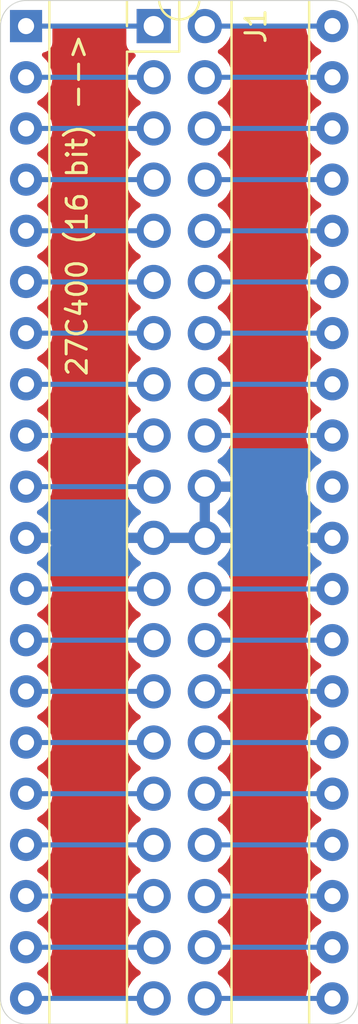
<source format=kicad_pcb>
(kicad_pcb (version 20171130) (host pcbnew 5.1.8-1.fc33)

  (general
    (thickness 1.6)
    (drawings 8)
    (tracks 40)
    (zones 0)
    (modules 2)
    (nets 39)
  )

  (page A4)
  (layers
    (0 F.Cu signal hide)
    (31 B.Cu signal hide)
    (32 B.Adhes user)
    (33 F.Adhes user)
    (34 B.Paste user)
    (35 F.Paste user)
    (36 B.SilkS user)
    (37 F.SilkS user)
    (38 B.Mask user)
    (39 F.Mask user)
    (40 Dwgs.User user)
    (41 Cmts.User user)
    (42 Eco1.User user)
    (43 Eco2.User user)
    (44 Edge.Cuts user)
    (45 Margin user)
    (46 B.CrtYd user)
    (47 F.CrtYd user)
    (48 B.Fab user)
    (49 F.Fab user)
  )

  (setup
    (last_trace_width 0.25)
    (trace_clearance 0.2)
    (zone_clearance 0.508)
    (zone_45_only no)
    (trace_min 0.2)
    (via_size 0.8)
    (via_drill 0.4)
    (via_min_size 0.4)
    (via_min_drill 0.3)
    (uvia_size 0.3)
    (uvia_drill 0.1)
    (uvias_allowed no)
    (uvia_min_size 0.2)
    (uvia_min_drill 0.1)
    (edge_width 0.05)
    (segment_width 0.2)
    (pcb_text_width 0.3)
    (pcb_text_size 1.5 1.5)
    (mod_edge_width 0.12)
    (mod_text_size 1 1)
    (mod_text_width 0.15)
    (pad_size 1.524 1.524)
    (pad_drill 0.762)
    (pad_to_mask_clearance 0)
    (aux_axis_origin 0 0)
    (visible_elements FFFFFF7F)
    (pcbplotparams
      (layerselection 0x010fc_ffffffff)
      (usegerberextensions false)
      (usegerberattributes true)
      (usegerberadvancedattributes true)
      (creategerberjobfile true)
      (excludeedgelayer true)
      (linewidth 0.100000)
      (plotframeref false)
      (viasonmask false)
      (mode 1)
      (useauxorigin false)
      (hpglpennumber 1)
      (hpglpenspeed 20)
      (hpglpendiameter 15.000000)
      (psnegative false)
      (psa4output false)
      (plotreference true)
      (plotvalue true)
      (plotinvisibletext false)
      (padsonsilk false)
      (subtractmaskfromsilk false)
      (outputformat 1)
      (mirror false)
      (drillshape 1)
      (scaleselection 1)
      (outputdirectory ""))
  )

  (net 0 "")
  (net 1 /D3)
  (net 2 GND)
  (net 3 /D4)
  (net 4 /D2)
  (net 5 /D5)
  (net 6 /D1)
  (net 7 /D6)
  (net 8 /D0)
  (net 9 /D7)
  (net 10 /A0)
  (net 11 /~CE)
  (net 12 /A1)
  (net 13 /A10)
  (net 14 /A2)
  (net 15 /~OE)
  (net 16 /A3)
  (net 17 /A11)
  (net 18 /A4)
  (net 19 /A9)
  (net 20 /A5)
  (net 21 /A8)
  (net 22 /A6)
  (net 23 /A13)
  (net 24 /A7)
  (net 25 /A14)
  (net 26 /A12)
  (net 27 /A15)
  (net 28 /EXT_VCC)
  (net 29 /D11)
  (net 30 /D12)
  (net 31 /D10)
  (net 32 /D13)
  (net 33 /D9)
  (net 34 /D14)
  (net 35 /D8)
  (net 36 /D15)
  (net 37 /A16)
  (net 38 /A17)

  (net_class Default "This is the default net class."
    (clearance 0.2)
    (trace_width 0.25)
    (via_dia 0.8)
    (via_drill 0.4)
    (uvia_dia 0.3)
    (uvia_drill 0.1)
    (add_net /A0)
    (add_net /A1)
    (add_net /A10)
    (add_net /A11)
    (add_net /A12)
    (add_net /A13)
    (add_net /A14)
    (add_net /A15)
    (add_net /A16)
    (add_net /A17)
    (add_net /A2)
    (add_net /A3)
    (add_net /A4)
    (add_net /A5)
    (add_net /A6)
    (add_net /A7)
    (add_net /A8)
    (add_net /A9)
    (add_net /D0)
    (add_net /D1)
    (add_net /D10)
    (add_net /D11)
    (add_net /D12)
    (add_net /D13)
    (add_net /D14)
    (add_net /D15)
    (add_net /D2)
    (add_net /D3)
    (add_net /D4)
    (add_net /D5)
    (add_net /D6)
    (add_net /D7)
    (add_net /D8)
    (add_net /D9)
    (add_net /EXT_VCC)
    (add_net /~CE)
    (add_net /~OE)
    (add_net "Net-(U1-Pad31)")
  )

  (net_class POWER ""
    (clearance 0.2)
    (trace_width 0.45)
    (via_dia 0.8)
    (via_drill 0.4)
    (uvia_dia 0.3)
    (uvia_drill 0.1)
    (add_net GND)
  )

  (module Package_DIP:DIP-40_W15.24mm_Socket (layer F.Cu) (tedit 5A02E8C5) (tstamp 5FB94C7B)
    (at 142.24 69.85)
    (descr "40-lead though-hole mounted DIP package, row spacing 15.24 mm (600 mils), Socket")
    (tags "THT DIP DIL PDIP 2.54mm 15.24mm 600mil Socket")
    (path /5FB99B61)
    (fp_text reference "27C400 (16 bit) -->" (at 2.54 8.89 90) (layer F.SilkS)
      (effects (font (size 1 1) (thickness 0.15)))
    )
    (fp_text value 27C400 (at 7.62 50.59) (layer F.Fab)
      (effects (font (size 1 1) (thickness 0.15)))
    )
    (fp_text user %R (at 7.62 24.13) (layer F.Fab)
      (effects (font (size 1 1) (thickness 0.15)))
    )
    (fp_arc (start 7.62 -1.33) (end 6.62 -1.33) (angle -180) (layer F.SilkS) (width 0.12))
    (fp_line (start 1.255 -1.27) (end 14.985 -1.27) (layer F.Fab) (width 0.1))
    (fp_line (start 14.985 -1.27) (end 14.985 49.53) (layer F.Fab) (width 0.1))
    (fp_line (start 14.985 49.53) (end 0.255 49.53) (layer F.Fab) (width 0.1))
    (fp_line (start 0.255 49.53) (end 0.255 -0.27) (layer F.Fab) (width 0.1))
    (fp_line (start 0.255 -0.27) (end 1.255 -1.27) (layer F.Fab) (width 0.1))
    (fp_line (start -1.27 -1.33) (end -1.27 49.59) (layer F.Fab) (width 0.1))
    (fp_line (start -1.27 49.59) (end 16.51 49.59) (layer F.Fab) (width 0.1))
    (fp_line (start 16.51 49.59) (end 16.51 -1.33) (layer F.Fab) (width 0.1))
    (fp_line (start 16.51 -1.33) (end -1.27 -1.33) (layer F.Fab) (width 0.1))
    (fp_line (start 6.62 -1.33) (end 1.16 -1.33) (layer F.SilkS) (width 0.12))
    (fp_line (start 1.16 -1.33) (end 1.16 49.59) (layer F.SilkS) (width 0.12))
    (fp_line (start 1.16 49.59) (end 14.08 49.59) (layer F.SilkS) (width 0.12))
    (fp_line (start 14.08 49.59) (end 14.08 -1.33) (layer F.SilkS) (width 0.12))
    (fp_line (start 14.08 -1.33) (end 8.62 -1.33) (layer F.SilkS) (width 0.12))
    (fp_line (start -1.33 -1.39) (end -1.33 49.65) (layer F.SilkS) (width 0.12))
    (fp_line (start -1.33 49.65) (end 16.57 49.65) (layer F.SilkS) (width 0.12))
    (fp_line (start 16.57 49.65) (end 16.57 -1.39) (layer F.SilkS) (width 0.12))
    (fp_line (start 16.57 -1.39) (end -1.33 -1.39) (layer F.SilkS) (width 0.12))
    (fp_line (start -1.55 -1.6) (end -1.55 49.85) (layer F.CrtYd) (width 0.05))
    (fp_line (start -1.55 49.85) (end 16.8 49.85) (layer F.CrtYd) (width 0.05))
    (fp_line (start 16.8 49.85) (end 16.8 -1.6) (layer F.CrtYd) (width 0.05))
    (fp_line (start 16.8 -1.6) (end -1.55 -1.6) (layer F.CrtYd) (width 0.05))
    (pad 40 thru_hole oval (at 15.24 0) (size 1.6 1.6) (drill 0.8) (layers *.Cu *.Mask)
      (net 21 /A8))
    (pad 20 thru_hole oval (at 0 48.26) (size 1.6 1.6) (drill 0.8) (layers *.Cu *.Mask)
      (net 29 /D11))
    (pad 39 thru_hole oval (at 15.24 2.54) (size 1.6 1.6) (drill 0.8) (layers *.Cu *.Mask)
      (net 19 /A9))
    (pad 19 thru_hole oval (at 0 45.72) (size 1.6 1.6) (drill 0.8) (layers *.Cu *.Mask)
      (net 1 /D3))
    (pad 38 thru_hole oval (at 15.24 5.08) (size 1.6 1.6) (drill 0.8) (layers *.Cu *.Mask)
      (net 13 /A10))
    (pad 18 thru_hole oval (at 0 43.18) (size 1.6 1.6) (drill 0.8) (layers *.Cu *.Mask)
      (net 31 /D10))
    (pad 37 thru_hole oval (at 15.24 7.62) (size 1.6 1.6) (drill 0.8) (layers *.Cu *.Mask)
      (net 17 /A11))
    (pad 17 thru_hole oval (at 0 40.64) (size 1.6 1.6) (drill 0.8) (layers *.Cu *.Mask)
      (net 4 /D2))
    (pad 36 thru_hole oval (at 15.24 10.16) (size 1.6 1.6) (drill 0.8) (layers *.Cu *.Mask)
      (net 26 /A12))
    (pad 16 thru_hole oval (at 0 38.1) (size 1.6 1.6) (drill 0.8) (layers *.Cu *.Mask)
      (net 33 /D9))
    (pad 35 thru_hole oval (at 15.24 12.7) (size 1.6 1.6) (drill 0.8) (layers *.Cu *.Mask)
      (net 23 /A13))
    (pad 15 thru_hole oval (at 0 35.56) (size 1.6 1.6) (drill 0.8) (layers *.Cu *.Mask)
      (net 6 /D1))
    (pad 34 thru_hole oval (at 15.24 15.24) (size 1.6 1.6) (drill 0.8) (layers *.Cu *.Mask)
      (net 25 /A14))
    (pad 14 thru_hole oval (at 0 33.02) (size 1.6 1.6) (drill 0.8) (layers *.Cu *.Mask)
      (net 35 /D8))
    (pad 33 thru_hole oval (at 15.24 17.78) (size 1.6 1.6) (drill 0.8) (layers *.Cu *.Mask)
      (net 27 /A15))
    (pad 13 thru_hole oval (at 0 30.48) (size 1.6 1.6) (drill 0.8) (layers *.Cu *.Mask)
      (net 8 /D0))
    (pad 32 thru_hole oval (at 15.24 20.32) (size 1.6 1.6) (drill 0.8) (layers *.Cu *.Mask)
      (net 37 /A16))
    (pad 12 thru_hole oval (at 0 27.94) (size 1.6 1.6) (drill 0.8) (layers *.Cu *.Mask)
      (net 15 /~OE))
    (pad 31 thru_hole oval (at 15.24 22.86) (size 1.6 1.6) (drill 0.8) (layers *.Cu *.Mask))
    (pad 11 thru_hole oval (at 0 25.4) (size 1.6 1.6) (drill 0.8) (layers *.Cu *.Mask)
      (net 2 GND))
    (pad 30 thru_hole oval (at 15.24 25.4) (size 1.6 1.6) (drill 0.8) (layers *.Cu *.Mask)
      (net 2 GND))
    (pad 10 thru_hole oval (at 0 22.86) (size 1.6 1.6) (drill 0.8) (layers *.Cu *.Mask)
      (net 11 /~CE))
    (pad 29 thru_hole oval (at 15.24 27.94) (size 1.6 1.6) (drill 0.8) (layers *.Cu *.Mask)
      (net 36 /D15))
    (pad 9 thru_hole oval (at 0 20.32) (size 1.6 1.6) (drill 0.8) (layers *.Cu *.Mask)
      (net 10 /A0))
    (pad 28 thru_hole oval (at 15.24 30.48) (size 1.6 1.6) (drill 0.8) (layers *.Cu *.Mask)
      (net 9 /D7))
    (pad 8 thru_hole oval (at 0 17.78) (size 1.6 1.6) (drill 0.8) (layers *.Cu *.Mask)
      (net 12 /A1))
    (pad 27 thru_hole oval (at 15.24 33.02) (size 1.6 1.6) (drill 0.8) (layers *.Cu *.Mask)
      (net 34 /D14))
    (pad 7 thru_hole oval (at 0 15.24) (size 1.6 1.6) (drill 0.8) (layers *.Cu *.Mask)
      (net 14 /A2))
    (pad 26 thru_hole oval (at 15.24 35.56) (size 1.6 1.6) (drill 0.8) (layers *.Cu *.Mask)
      (net 7 /D6))
    (pad 6 thru_hole oval (at 0 12.7) (size 1.6 1.6) (drill 0.8) (layers *.Cu *.Mask)
      (net 16 /A3))
    (pad 25 thru_hole oval (at 15.24 38.1) (size 1.6 1.6) (drill 0.8) (layers *.Cu *.Mask)
      (net 32 /D13))
    (pad 5 thru_hole oval (at 0 10.16) (size 1.6 1.6) (drill 0.8) (layers *.Cu *.Mask)
      (net 18 /A4))
    (pad 24 thru_hole oval (at 15.24 40.64) (size 1.6 1.6) (drill 0.8) (layers *.Cu *.Mask)
      (net 5 /D5))
    (pad 4 thru_hole oval (at 0 7.62) (size 1.6 1.6) (drill 0.8) (layers *.Cu *.Mask)
      (net 20 /A5))
    (pad 23 thru_hole oval (at 15.24 43.18) (size 1.6 1.6) (drill 0.8) (layers *.Cu *.Mask)
      (net 30 /D12))
    (pad 3 thru_hole oval (at 0 5.08) (size 1.6 1.6) (drill 0.8) (layers *.Cu *.Mask)
      (net 22 /A6))
    (pad 22 thru_hole oval (at 15.24 45.72) (size 1.6 1.6) (drill 0.8) (layers *.Cu *.Mask)
      (net 3 /D4))
    (pad 2 thru_hole oval (at 0 2.54) (size 1.6 1.6) (drill 0.8) (layers *.Cu *.Mask)
      (net 24 /A7))
    (pad 21 thru_hole oval (at 15.24 48.26) (size 1.6 1.6) (drill 0.8) (layers *.Cu *.Mask)
      (net 28 /EXT_VCC))
    (pad 1 thru_hole rect (at 0 0) (size 1.6 1.6) (drill 0.8) (layers *.Cu *.Mask)
      (net 38 /A17))
    (model ${KISYS3DMOD}/Package_DIP.3dshapes/DIP-40_W15.24mm_Socket.wrl
      (at (xyz 0 0 0))
      (scale (xyz 1 1 1))
      (rotate (xyz 0 0 0))
    )
  )

  (module Connector_PinHeader_2.54mm:PinHeader_2x20_P2.54mm_Vertical (layer F.Cu) (tedit 59FED5CC) (tstamp 5FB94C37)
    (at 148.59 69.85)
    (descr "Through hole straight pin header, 2x20, 2.54mm pitch, double rows")
    (tags "Through hole pin header THT 2x20 2.54mm double row")
    (path /5FB9CB9B)
    (fp_text reference J1 (at 5.08 0 -90) (layer F.SilkS)
      (effects (font (size 1 1) (thickness 0.15)))
    )
    (fp_text value Adapter (at 1.27 50.59) (layer F.Fab)
      (effects (font (size 1 1) (thickness 0.15)))
    )
    (fp_text user %R (at 1.27 24.13 90) (layer F.Fab)
      (effects (font (size 1 1) (thickness 0.15)))
    )
    (fp_line (start 0 -1.27) (end 3.81 -1.27) (layer F.Fab) (width 0.1))
    (fp_line (start 3.81 -1.27) (end 3.81 49.53) (layer F.Fab) (width 0.1))
    (fp_line (start 3.81 49.53) (end -1.27 49.53) (layer F.Fab) (width 0.1))
    (fp_line (start -1.27 49.53) (end -1.27 0) (layer F.Fab) (width 0.1))
    (fp_line (start -1.27 0) (end 0 -1.27) (layer F.Fab) (width 0.1))
    (fp_line (start -1.33 49.59) (end 3.87 49.59) (layer F.SilkS) (width 0.12))
    (fp_line (start -1.33 1.27) (end -1.33 49.59) (layer F.SilkS) (width 0.12))
    (fp_line (start 3.87 -1.33) (end 3.87 49.59) (layer F.SilkS) (width 0.12))
    (fp_line (start -1.33 1.27) (end 1.27 1.27) (layer F.SilkS) (width 0.12))
    (fp_line (start 1.27 1.27) (end 1.27 -1.33) (layer F.SilkS) (width 0.12))
    (fp_line (start 1.27 -1.33) (end 3.87 -1.33) (layer F.SilkS) (width 0.12))
    (fp_line (start -1.33 0) (end -1.33 -1.33) (layer F.SilkS) (width 0.12))
    (fp_line (start -1.33 -1.33) (end 0 -1.33) (layer F.SilkS) (width 0.12))
    (fp_line (start -1.8 -1.8) (end -1.8 50.05) (layer F.CrtYd) (width 0.05))
    (fp_line (start -1.8 50.05) (end 4.35 50.05) (layer F.CrtYd) (width 0.05))
    (fp_line (start 4.35 50.05) (end 4.35 -1.8) (layer F.CrtYd) (width 0.05))
    (fp_line (start 4.35 -1.8) (end -1.8 -1.8) (layer F.CrtYd) (width 0.05))
    (pad 40 thru_hole oval (at 2.54 48.26) (size 1.7 1.7) (drill 1) (layers *.Cu *.Mask)
      (net 28 /EXT_VCC))
    (pad 39 thru_hole oval (at 0 48.26) (size 1.7 1.7) (drill 1) (layers *.Cu *.Mask)
      (net 29 /D11))
    (pad 38 thru_hole oval (at 2.54 45.72) (size 1.7 1.7) (drill 1) (layers *.Cu *.Mask)
      (net 3 /D4))
    (pad 37 thru_hole oval (at 0 45.72) (size 1.7 1.7) (drill 1) (layers *.Cu *.Mask)
      (net 1 /D3))
    (pad 36 thru_hole oval (at 2.54 43.18) (size 1.7 1.7) (drill 1) (layers *.Cu *.Mask)
      (net 30 /D12))
    (pad 35 thru_hole oval (at 0 43.18) (size 1.7 1.7) (drill 1) (layers *.Cu *.Mask)
      (net 31 /D10))
    (pad 34 thru_hole oval (at 2.54 40.64) (size 1.7 1.7) (drill 1) (layers *.Cu *.Mask)
      (net 5 /D5))
    (pad 33 thru_hole oval (at 0 40.64) (size 1.7 1.7) (drill 1) (layers *.Cu *.Mask)
      (net 4 /D2))
    (pad 32 thru_hole oval (at 2.54 38.1) (size 1.7 1.7) (drill 1) (layers *.Cu *.Mask)
      (net 32 /D13))
    (pad 31 thru_hole oval (at 0 38.1) (size 1.7 1.7) (drill 1) (layers *.Cu *.Mask)
      (net 33 /D9))
    (pad 30 thru_hole oval (at 2.54 35.56) (size 1.7 1.7) (drill 1) (layers *.Cu *.Mask)
      (net 7 /D6))
    (pad 29 thru_hole oval (at 0 35.56) (size 1.7 1.7) (drill 1) (layers *.Cu *.Mask)
      (net 6 /D1))
    (pad 28 thru_hole oval (at 2.54 33.02) (size 1.7 1.7) (drill 1) (layers *.Cu *.Mask)
      (net 34 /D14))
    (pad 27 thru_hole oval (at 0 33.02) (size 1.7 1.7) (drill 1) (layers *.Cu *.Mask)
      (net 35 /D8))
    (pad 26 thru_hole oval (at 2.54 30.48) (size 1.7 1.7) (drill 1) (layers *.Cu *.Mask)
      (net 9 /D7))
    (pad 25 thru_hole oval (at 0 30.48) (size 1.7 1.7) (drill 1) (layers *.Cu *.Mask)
      (net 8 /D0))
    (pad 24 thru_hole oval (at 2.54 27.94) (size 1.7 1.7) (drill 1) (layers *.Cu *.Mask)
      (net 36 /D15))
    (pad 23 thru_hole oval (at 0 27.94) (size 1.7 1.7) (drill 1) (layers *.Cu *.Mask)
      (net 15 /~OE))
    (pad 22 thru_hole oval (at 2.54 25.4) (size 1.7 1.7) (drill 1) (layers *.Cu *.Mask)
      (net 2 GND))
    (pad 21 thru_hole oval (at 0 25.4) (size 1.7 1.7) (drill 1) (layers *.Cu *.Mask)
      (net 2 GND))
    (pad 20 thru_hole oval (at 2.54 22.86) (size 1.7 1.7) (drill 1) (layers *.Cu *.Mask)
      (net 2 GND))
    (pad 19 thru_hole oval (at 0 22.86) (size 1.7 1.7) (drill 1) (layers *.Cu *.Mask)
      (net 11 /~CE))
    (pad 18 thru_hole oval (at 2.54 20.32) (size 1.7 1.7) (drill 1) (layers *.Cu *.Mask)
      (net 37 /A16))
    (pad 17 thru_hole oval (at 0 20.32) (size 1.7 1.7) (drill 1) (layers *.Cu *.Mask)
      (net 10 /A0))
    (pad 16 thru_hole oval (at 2.54 17.78) (size 1.7 1.7) (drill 1) (layers *.Cu *.Mask)
      (net 27 /A15))
    (pad 15 thru_hole oval (at 0 17.78) (size 1.7 1.7) (drill 1) (layers *.Cu *.Mask)
      (net 12 /A1))
    (pad 14 thru_hole oval (at 2.54 15.24) (size 1.7 1.7) (drill 1) (layers *.Cu *.Mask)
      (net 25 /A14))
    (pad 13 thru_hole oval (at 0 15.24) (size 1.7 1.7) (drill 1) (layers *.Cu *.Mask)
      (net 14 /A2))
    (pad 12 thru_hole oval (at 2.54 12.7) (size 1.7 1.7) (drill 1) (layers *.Cu *.Mask)
      (net 23 /A13))
    (pad 11 thru_hole oval (at 0 12.7) (size 1.7 1.7) (drill 1) (layers *.Cu *.Mask)
      (net 16 /A3))
    (pad 10 thru_hole oval (at 2.54 10.16) (size 1.7 1.7) (drill 1) (layers *.Cu *.Mask)
      (net 26 /A12))
    (pad 9 thru_hole oval (at 0 10.16) (size 1.7 1.7) (drill 1) (layers *.Cu *.Mask)
      (net 18 /A4))
    (pad 8 thru_hole oval (at 2.54 7.62) (size 1.7 1.7) (drill 1) (layers *.Cu *.Mask)
      (net 17 /A11))
    (pad 7 thru_hole oval (at 0 7.62) (size 1.7 1.7) (drill 1) (layers *.Cu *.Mask)
      (net 20 /A5))
    (pad 6 thru_hole oval (at 2.54 5.08) (size 1.7 1.7) (drill 1) (layers *.Cu *.Mask)
      (net 13 /A10))
    (pad 5 thru_hole oval (at 0 5.08) (size 1.7 1.7) (drill 1) (layers *.Cu *.Mask)
      (net 22 /A6))
    (pad 4 thru_hole oval (at 2.54 2.54) (size 1.7 1.7) (drill 1) (layers *.Cu *.Mask)
      (net 19 /A9))
    (pad 3 thru_hole oval (at 0 2.54) (size 1.7 1.7) (drill 1) (layers *.Cu *.Mask)
      (net 24 /A7))
    (pad 2 thru_hole oval (at 2.54 0) (size 1.7 1.7) (drill 1) (layers *.Cu *.Mask)
      (net 21 /A8))
    (pad 1 thru_hole rect (at 0 0) (size 1.7 1.7) (drill 1) (layers *.Cu *.Mask)
      (net 38 /A17))
    (model ${KISYS3DMOD}/Connector_PinHeader_2.54mm.3dshapes/PinHeader_2x20_P2.54mm_Vertical.wrl
      (at (xyz 0 0 0))
      (scale (xyz 1 1 1))
      (rotate (xyz 0 0 0))
    )
  )

  (gr_line (start 142.24 119.38) (end 157.48 119.38) (layer Edge.Cuts) (width 0.05) (tstamp 5FB63A42))
  (gr_line (start 158.75 69.85) (end 158.75 118.11) (layer Edge.Cuts) (width 0.05) (tstamp 5FB63A41))
  (gr_line (start 157.48 68.58) (end 142.24 68.58) (layer Edge.Cuts) (width 0.05) (tstamp 5FB63A40))
  (gr_line (start 140.97 118.11) (end 140.97 69.85) (layer Edge.Cuts) (width 0.05) (tstamp 5FB63A3F))
  (gr_arc (start 157.48 118.11) (end 157.48 119.38) (angle -90) (layer Edge.Cuts) (width 0.05))
  (gr_arc (start 142.24 118.11) (end 140.97 118.11) (angle -90) (layer Edge.Cuts) (width 0.05))
  (gr_arc (start 157.48 69.85) (end 158.75 69.85) (angle -90) (layer Edge.Cuts) (width 0.05))
  (gr_arc (start 142.24 69.85) (end 142.24 68.58) (angle -90) (layer Edge.Cuts) (width 0.05))

  (segment (start 148.59 115.57) (end 142.24 115.57) (width 0.25) (layer B.Cu) (net 1))
  (segment (start 157.48 95.25) (end 151.13 95.25) (width 0.45) (layer B.Cu) (net 2))
  (segment (start 151.13 92.71) (end 151.13 95.25) (width 0.45) (layer B.Cu) (net 2))
  (segment (start 148.59 95.25) (end 142.24 95.25) (width 0.45) (layer B.Cu) (net 2))
  (segment (start 151.13 115.57) (end 157.48 115.57) (width 0.25) (layer B.Cu) (net 3))
  (segment (start 148.59 110.49) (end 142.24 110.49) (width 0.25) (layer B.Cu) (net 4))
  (segment (start 157.48 110.49) (end 151.13 110.49) (width 0.25) (layer B.Cu) (net 5))
  (segment (start 148.59 105.41) (end 142.24 105.41) (width 0.25) (layer B.Cu) (net 6))
  (segment (start 157.48 105.41) (end 151.13 105.41) (width 0.25) (layer B.Cu) (net 7))
  (segment (start 148.59 100.33) (end 142.24 100.33) (width 0.25) (layer B.Cu) (net 8))
  (segment (start 151.13 100.33) (end 157.48 100.33) (width 0.25) (layer B.Cu) (net 9))
  (segment (start 148.59 90.17) (end 142.24 90.17) (width 0.25) (layer B.Cu) (net 10))
  (segment (start 148.59 92.71) (end 142.24 92.71) (width 0.25) (layer B.Cu) (net 11))
  (segment (start 148.59 87.63) (end 142.24 87.63) (width 0.25) (layer B.Cu) (net 12))
  (segment (start 151.13 74.93) (end 157.48 74.93) (width 0.25) (layer B.Cu) (net 13))
  (segment (start 148.59 85.09) (end 142.24 85.09) (width 0.25) (layer B.Cu) (net 14))
  (segment (start 148.59 97.79) (end 142.24 97.79) (width 0.25) (layer B.Cu) (net 15))
  (segment (start 148.59 82.55) (end 142.24 82.55) (width 0.25) (layer B.Cu) (net 16))
  (segment (start 151.13 77.47) (end 157.48 77.47) (width 0.25) (layer B.Cu) (net 17))
  (segment (start 148.59 80.01) (end 142.24 80.01) (width 0.25) (layer B.Cu) (net 18))
  (segment (start 151.13 72.39) (end 157.48 72.39) (width 0.25) (layer B.Cu) (net 19))
  (segment (start 148.59 77.47) (end 142.24 77.47) (width 0.25) (layer B.Cu) (net 20))
  (segment (start 151.13 69.85) (end 157.48 69.85) (width 0.25) (layer B.Cu) (net 21))
  (segment (start 148.59 74.93) (end 142.24 74.93) (width 0.25) (layer B.Cu) (net 22))
  (segment (start 151.13 82.55) (end 157.48 82.55) (width 0.25) (layer B.Cu) (net 23))
  (segment (start 148.59 72.39) (end 142.24 72.39) (width 0.25) (layer B.Cu) (net 24))
  (segment (start 151.13 85.09) (end 157.48 85.09) (width 0.25) (layer B.Cu) (net 25))
  (segment (start 151.13 80.01) (end 157.48 80.01) (width 0.25) (layer B.Cu) (net 26))
  (segment (start 151.13 87.63) (end 157.48 87.63) (width 0.25) (layer B.Cu) (net 27))
  (segment (start 151.13 118.11) (end 157.48 118.11) (width 0.25) (layer B.Cu) (net 28))
  (segment (start 142.24 118.11) (end 148.59 118.11) (width 0.25) (layer B.Cu) (net 29))
  (segment (start 151.13 113.03) (end 157.48 113.03) (width 0.25) (layer B.Cu) (net 30))
  (segment (start 148.59 113.03) (end 142.24 113.03) (width 0.25) (layer B.Cu) (net 31))
  (segment (start 151.13 107.95) (end 157.48 107.95) (width 0.25) (layer B.Cu) (net 32))
  (segment (start 148.59 107.95) (end 142.24 107.95) (width 0.25) (layer B.Cu) (net 33))
  (segment (start 157.48 102.87) (end 151.13 102.87) (width 0.25) (layer B.Cu) (net 34))
  (segment (start 148.59 102.87) (end 142.24 102.87) (width 0.25) (layer B.Cu) (net 35))
  (segment (start 157.48 97.79) (end 151.13 97.79) (width 0.25) (layer B.Cu) (net 36))
  (segment (start 151.13 90.17) (end 157.48 90.17) (width 0.25) (layer B.Cu) (net 37))
  (segment (start 148.59 69.85) (end 142.24 69.85) (width 0.25) (layer B.Cu) (net 38))

  (zone (net 2) (net_name GND) (layer F.Cu) (tstamp 0) (hatch edge 0.508)
    (connect_pads (clearance 0.508))
    (min_thickness 0.254)
    (fill yes (arc_segments 32) (thermal_gap 0.508) (thermal_bridge_width 0.508))
    (polygon
      (pts
        (xy 157.48 118.11) (xy 142.24 118.11) (xy 142.24 69.85) (xy 157.48 69.85)
      )
    )
    (filled_polygon
      (pts
        (xy 147.101928 70.7) (xy 147.114188 70.824482) (xy 147.150498 70.94418) (xy 147.209463 71.054494) (xy 147.288815 71.151185)
        (xy 147.385506 71.230537) (xy 147.49582 71.289502) (xy 147.56838 71.311513) (xy 147.436525 71.443368) (xy 147.27401 71.686589)
        (xy 147.162068 71.956842) (xy 147.105 72.24374) (xy 147.105 72.53626) (xy 147.162068 72.823158) (xy 147.27401 73.093411)
        (xy 147.436525 73.336632) (xy 147.643368 73.543475) (xy 147.81776 73.66) (xy 147.643368 73.776525) (xy 147.436525 73.983368)
        (xy 147.27401 74.226589) (xy 147.162068 74.496842) (xy 147.105 74.78374) (xy 147.105 75.07626) (xy 147.162068 75.363158)
        (xy 147.27401 75.633411) (xy 147.436525 75.876632) (xy 147.643368 76.083475) (xy 147.81776 76.2) (xy 147.643368 76.316525)
        (xy 147.436525 76.523368) (xy 147.27401 76.766589) (xy 147.162068 77.036842) (xy 147.105 77.32374) (xy 147.105 77.61626)
        (xy 147.162068 77.903158) (xy 147.27401 78.173411) (xy 147.436525 78.416632) (xy 147.643368 78.623475) (xy 147.81776 78.74)
        (xy 147.643368 78.856525) (xy 147.436525 79.063368) (xy 147.27401 79.306589) (xy 147.162068 79.576842) (xy 147.105 79.86374)
        (xy 147.105 80.15626) (xy 147.162068 80.443158) (xy 147.27401 80.713411) (xy 147.436525 80.956632) (xy 147.643368 81.163475)
        (xy 147.81776 81.28) (xy 147.643368 81.396525) (xy 147.436525 81.603368) (xy 147.27401 81.846589) (xy 147.162068 82.116842)
        (xy 147.105 82.40374) (xy 147.105 82.69626) (xy 147.162068 82.983158) (xy 147.27401 83.253411) (xy 147.436525 83.496632)
        (xy 147.643368 83.703475) (xy 147.81776 83.82) (xy 147.643368 83.936525) (xy 147.436525 84.143368) (xy 147.27401 84.386589)
        (xy 147.162068 84.656842) (xy 147.105 84.94374) (xy 147.105 85.23626) (xy 147.162068 85.523158) (xy 147.27401 85.793411)
        (xy 147.436525 86.036632) (xy 147.643368 86.243475) (xy 147.81776 86.36) (xy 147.643368 86.476525) (xy 147.436525 86.683368)
        (xy 147.27401 86.926589) (xy 147.162068 87.196842) (xy 147.105 87.48374) (xy 147.105 87.77626) (xy 147.162068 88.063158)
        (xy 147.27401 88.333411) (xy 147.436525 88.576632) (xy 147.643368 88.783475) (xy 147.81776 88.9) (xy 147.643368 89.016525)
        (xy 147.436525 89.223368) (xy 147.27401 89.466589) (xy 147.162068 89.736842) (xy 147.105 90.02374) (xy 147.105 90.31626)
        (xy 147.162068 90.603158) (xy 147.27401 90.873411) (xy 147.436525 91.116632) (xy 147.643368 91.323475) (xy 147.81776 91.44)
        (xy 147.643368 91.556525) (xy 147.436525 91.763368) (xy 147.27401 92.006589) (xy 147.162068 92.276842) (xy 147.105 92.56374)
        (xy 147.105 92.85626) (xy 147.162068 93.143158) (xy 147.27401 93.413411) (xy 147.436525 93.656632) (xy 147.643368 93.863475)
        (xy 147.825534 93.985195) (xy 147.708645 94.054822) (xy 147.492412 94.249731) (xy 147.318359 94.48308) (xy 147.193175 94.745901)
        (xy 147.148524 94.89311) (xy 147.269845 95.123) (xy 148.463 95.123) (xy 148.463 95.103) (xy 148.717 95.103)
        (xy 148.717 95.123) (xy 151.003 95.123) (xy 151.003 92.837) (xy 151.257 92.837) (xy 151.257 95.123)
        (xy 152.450155 95.123) (xy 152.571476 94.89311) (xy 152.526825 94.745901) (xy 152.401641 94.48308) (xy 152.227588 94.249731)
        (xy 152.011355 94.054822) (xy 151.885745 93.98) (xy 152.011355 93.905178) (xy 152.227588 93.710269) (xy 152.401641 93.47692)
        (xy 152.526825 93.214099) (xy 152.571476 93.06689) (xy 152.450155 92.837) (xy 151.257 92.837) (xy 151.003 92.837)
        (xy 150.983 92.837) (xy 150.983 92.583) (xy 151.003 92.583) (xy 151.003 92.563) (xy 151.257 92.563)
        (xy 151.257 92.583) (xy 152.450155 92.583) (xy 152.571476 92.35311) (xy 152.526825 92.205901) (xy 152.401641 91.94308)
        (xy 152.227588 91.709731) (xy 152.011355 91.514822) (xy 151.894466 91.445195) (xy 152.076632 91.323475) (xy 152.283475 91.116632)
        (xy 152.44599 90.873411) (xy 152.557932 90.603158) (xy 152.615 90.31626) (xy 152.615 90.02374) (xy 152.557932 89.736842)
        (xy 152.44599 89.466589) (xy 152.283475 89.223368) (xy 152.076632 89.016525) (xy 151.90224 88.9) (xy 152.076632 88.783475)
        (xy 152.283475 88.576632) (xy 152.44599 88.333411) (xy 152.557932 88.063158) (xy 152.615 87.77626) (xy 152.615 87.48374)
        (xy 152.557932 87.196842) (xy 152.44599 86.926589) (xy 152.283475 86.683368) (xy 152.076632 86.476525) (xy 151.90224 86.36)
        (xy 152.076632 86.243475) (xy 152.283475 86.036632) (xy 152.44599 85.793411) (xy 152.557932 85.523158) (xy 152.615 85.23626)
        (xy 152.615 84.94374) (xy 152.557932 84.656842) (xy 152.44599 84.386589) (xy 152.283475 84.143368) (xy 152.076632 83.936525)
        (xy 151.90224 83.82) (xy 152.076632 83.703475) (xy 152.283475 83.496632) (xy 152.44599 83.253411) (xy 152.557932 82.983158)
        (xy 152.615 82.69626) (xy 152.615 82.40374) (xy 152.557932 82.116842) (xy 152.44599 81.846589) (xy 152.283475 81.603368)
        (xy 152.076632 81.396525) (xy 151.90224 81.28) (xy 152.076632 81.163475) (xy 152.283475 80.956632) (xy 152.44599 80.713411)
        (xy 152.557932 80.443158) (xy 152.615 80.15626) (xy 152.615 79.86374) (xy 152.557932 79.576842) (xy 152.44599 79.306589)
        (xy 152.283475 79.063368) (xy 152.076632 78.856525) (xy 151.90224 78.74) (xy 152.076632 78.623475) (xy 152.283475 78.416632)
        (xy 152.44599 78.173411) (xy 152.557932 77.903158) (xy 152.615 77.61626) (xy 152.615 77.32374) (xy 152.557932 77.036842)
        (xy 152.44599 76.766589) (xy 152.283475 76.523368) (xy 152.076632 76.316525) (xy 151.90224 76.2) (xy 152.076632 76.083475)
        (xy 152.283475 75.876632) (xy 152.44599 75.633411) (xy 152.557932 75.363158) (xy 152.615 75.07626) (xy 152.615 74.78374)
        (xy 152.557932 74.496842) (xy 152.44599 74.226589) (xy 152.283475 73.983368) (xy 152.076632 73.776525) (xy 151.90224 73.66)
        (xy 152.076632 73.543475) (xy 152.283475 73.336632) (xy 152.44599 73.093411) (xy 152.557932 72.823158) (xy 152.615 72.53626)
        (xy 152.615 72.24374) (xy 152.557932 71.956842) (xy 152.44599 71.686589) (xy 152.283475 71.443368) (xy 152.076632 71.236525)
        (xy 151.90224 71.12) (xy 152.076632 71.003475) (xy 152.283475 70.796632) (xy 152.44599 70.553411) (xy 152.557932 70.283158)
        (xy 152.615 69.99626) (xy 152.615 69.977) (xy 156.045 69.977) (xy 156.045 69.991335) (xy 156.100147 70.268574)
        (xy 156.20832 70.529727) (xy 156.365363 70.764759) (xy 156.565241 70.964637) (xy 156.797759 71.12) (xy 156.565241 71.275363)
        (xy 156.365363 71.475241) (xy 156.20832 71.710273) (xy 156.100147 71.971426) (xy 156.045 72.248665) (xy 156.045 72.531335)
        (xy 156.100147 72.808574) (xy 156.20832 73.069727) (xy 156.365363 73.304759) (xy 156.565241 73.504637) (xy 156.797759 73.66)
        (xy 156.565241 73.815363) (xy 156.365363 74.015241) (xy 156.20832 74.250273) (xy 156.100147 74.511426) (xy 156.045 74.788665)
        (xy 156.045 75.071335) (xy 156.100147 75.348574) (xy 156.20832 75.609727) (xy 156.365363 75.844759) (xy 156.565241 76.044637)
        (xy 156.797759 76.2) (xy 156.565241 76.355363) (xy 156.365363 76.555241) (xy 156.20832 76.790273) (xy 156.100147 77.051426)
        (xy 156.045 77.328665) (xy 156.045 77.611335) (xy 156.100147 77.888574) (xy 156.20832 78.149727) (xy 156.365363 78.384759)
        (xy 156.565241 78.584637) (xy 156.797759 78.74) (xy 156.565241 78.895363) (xy 156.365363 79.095241) (xy 156.20832 79.330273)
        (xy 156.100147 79.591426) (xy 156.045 79.868665) (xy 156.045 80.151335) (xy 156.100147 80.428574) (xy 156.20832 80.689727)
        (xy 156.365363 80.924759) (xy 156.565241 81.124637) (xy 156.797759 81.28) (xy 156.565241 81.435363) (xy 156.365363 81.635241)
        (xy 156.20832 81.870273) (xy 156.100147 82.131426) (xy 156.045 82.408665) (xy 156.045 82.691335) (xy 156.100147 82.968574)
        (xy 156.20832 83.229727) (xy 156.365363 83.464759) (xy 156.565241 83.664637) (xy 156.797759 83.82) (xy 156.565241 83.975363)
        (xy 156.365363 84.175241) (xy 156.20832 84.410273) (xy 156.100147 84.671426) (xy 156.045 84.948665) (xy 156.045 85.231335)
        (xy 156.100147 85.508574) (xy 156.20832 85.769727) (xy 156.365363 86.004759) (xy 156.565241 86.204637) (xy 156.797759 86.36)
        (xy 156.565241 86.515363) (xy 156.365363 86.715241) (xy 156.20832 86.950273) (xy 156.100147 87.211426) (xy 156.045 87.488665)
        (xy 156.045 87.771335) (xy 156.100147 88.048574) (xy 156.20832 88.309727) (xy 156.365363 88.544759) (xy 156.565241 88.744637)
        (xy 156.797759 88.9) (xy 156.565241 89.055363) (xy 156.365363 89.255241) (xy 156.20832 89.490273) (xy 156.100147 89.751426)
        (xy 156.045 90.028665) (xy 156.045 90.311335) (xy 156.100147 90.588574) (xy 156.20832 90.849727) (xy 156.365363 91.084759)
        (xy 156.565241 91.284637) (xy 156.797759 91.44) (xy 156.565241 91.595363) (xy 156.365363 91.795241) (xy 156.20832 92.030273)
        (xy 156.100147 92.291426) (xy 156.045 92.568665) (xy 156.045 92.851335) (xy 156.100147 93.128574) (xy 156.20832 93.389727)
        (xy 156.365363 93.624759) (xy 156.565241 93.824637) (xy 156.800273 93.98168) (xy 156.810865 93.986067) (xy 156.624869 94.097615)
        (xy 156.416481 94.286586) (xy 156.248963 94.51258) (xy 156.128754 94.766913) (xy 156.088096 94.900961) (xy 156.210085 95.123)
        (xy 157.353 95.123) (xy 157.353 95.377) (xy 156.210085 95.377) (xy 156.088096 95.599039) (xy 156.128754 95.733087)
        (xy 156.248963 95.98742) (xy 156.416481 96.213414) (xy 156.624869 96.402385) (xy 156.810865 96.513933) (xy 156.800273 96.51832)
        (xy 156.565241 96.675363) (xy 156.365363 96.875241) (xy 156.20832 97.110273) (xy 156.100147 97.371426) (xy 156.045 97.648665)
        (xy 156.045 97.931335) (xy 156.100147 98.208574) (xy 156.20832 98.469727) (xy 156.365363 98.704759) (xy 156.565241 98.904637)
        (xy 156.797759 99.06) (xy 156.565241 99.215363) (xy 156.365363 99.415241) (xy 156.20832 99.650273) (xy 156.100147 99.911426)
        (xy 156.045 100.188665) (xy 156.045 100.471335) (xy 156.100147 100.748574) (xy 156.20832 101.009727) (xy 156.365363 101.244759)
        (xy 156.565241 101.444637) (xy 156.797759 101.6) (xy 156.565241 101.755363) (xy 156.365363 101.955241) (xy 156.20832 102.190273)
        (xy 156.100147 102.451426) (xy 156.045 102.728665) (xy 156.045 103.011335) (xy 156.100147 103.288574) (xy 156.20832 103.549727)
        (xy 156.365363 103.784759) (xy 156.565241 103.984637) (xy 156.797759 104.14) (xy 156.565241 104.295363) (xy 156.365363 104.495241)
        (xy 156.20832 104.730273) (xy 156.100147 104.991426) (xy 156.045 105.268665) (xy 156.045 105.551335) (xy 156.100147 105.828574)
        (xy 156.20832 106.089727) (xy 156.365363 106.324759) (xy 156.565241 106.524637) (xy 156.797759 106.68) (xy 156.565241 106.835363)
        (xy 156.365363 107.035241) (xy 156.20832 107.270273) (xy 156.100147 107.531426) (xy 156.045 107.808665) (xy 156.045 108.091335)
        (xy 156.100147 108.368574) (xy 156.20832 108.629727) (xy 156.365363 108.864759) (xy 156.565241 109.064637) (xy 156.797759 109.22)
        (xy 156.565241 109.375363) (xy 156.365363 109.575241) (xy 156.20832 109.810273) (xy 156.100147 110.071426) (xy 156.045 110.348665)
        (xy 156.045 110.631335) (xy 156.100147 110.908574) (xy 156.20832 111.169727) (xy 156.365363 111.404759) (xy 156.565241 111.604637)
        (xy 156.797759 111.76) (xy 156.565241 111.915363) (xy 156.365363 112.115241) (xy 156.20832 112.350273) (xy 156.100147 112.611426)
        (xy 156.045 112.888665) (xy 156.045 113.171335) (xy 156.100147 113.448574) (xy 156.20832 113.709727) (xy 156.365363 113.944759)
        (xy 156.565241 114.144637) (xy 156.797759 114.3) (xy 156.565241 114.455363) (xy 156.365363 114.655241) (xy 156.20832 114.890273)
        (xy 156.100147 115.151426) (xy 156.045 115.428665) (xy 156.045 115.711335) (xy 156.100147 115.988574) (xy 156.20832 116.249727)
        (xy 156.365363 116.484759) (xy 156.565241 116.684637) (xy 156.797759 116.84) (xy 156.565241 116.995363) (xy 156.365363 117.195241)
        (xy 156.20832 117.430273) (xy 156.100147 117.691426) (xy 156.045 117.968665) (xy 156.045 117.983) (xy 152.615 117.983)
        (xy 152.615 117.96374) (xy 152.557932 117.676842) (xy 152.44599 117.406589) (xy 152.283475 117.163368) (xy 152.076632 116.956525)
        (xy 151.90224 116.84) (xy 152.076632 116.723475) (xy 152.283475 116.516632) (xy 152.44599 116.273411) (xy 152.557932 116.003158)
        (xy 152.615 115.71626) (xy 152.615 115.42374) (xy 152.557932 115.136842) (xy 152.44599 114.866589) (xy 152.283475 114.623368)
        (xy 152.076632 114.416525) (xy 151.90224 114.3) (xy 152.076632 114.183475) (xy 152.283475 113.976632) (xy 152.44599 113.733411)
        (xy 152.557932 113.463158) (xy 152.615 113.17626) (xy 152.615 112.88374) (xy 152.557932 112.596842) (xy 152.44599 112.326589)
        (xy 152.283475 112.083368) (xy 152.076632 111.876525) (xy 151.90224 111.76) (xy 152.076632 111.643475) (xy 152.283475 111.436632)
        (xy 152.44599 111.193411) (xy 152.557932 110.923158) (xy 152.615 110.63626) (xy 152.615 110.34374) (xy 152.557932 110.056842)
        (xy 152.44599 109.786589) (xy 152.283475 109.543368) (xy 152.076632 109.336525) (xy 151.90224 109.22) (xy 152.076632 109.103475)
        (xy 152.283475 108.896632) (xy 152.44599 108.653411) (xy 152.557932 108.383158) (xy 152.615 108.09626) (xy 152.615 107.80374)
        (xy 152.557932 107.516842) (xy 152.44599 107.246589) (xy 152.283475 107.003368) (xy 152.076632 106.796525) (xy 151.90224 106.68)
        (xy 152.076632 106.563475) (xy 152.283475 106.356632) (xy 152.44599 106.113411) (xy 152.557932 105.843158) (xy 152.615 105.55626)
        (xy 152.615 105.26374) (xy 152.557932 104.976842) (xy 152.44599 104.706589) (xy 152.283475 104.463368) (xy 152.076632 104.256525)
        (xy 151.90224 104.14) (xy 152.076632 104.023475) (xy 152.283475 103.816632) (xy 152.44599 103.573411) (xy 152.557932 103.303158)
        (xy 152.615 103.01626) (xy 152.615 102.72374) (xy 152.557932 102.436842) (xy 152.44599 102.166589) (xy 152.283475 101.923368)
        (xy 152.076632 101.716525) (xy 151.90224 101.6) (xy 152.076632 101.483475) (xy 152.283475 101.276632) (xy 152.44599 101.033411)
        (xy 152.557932 100.763158) (xy 152.615 100.47626) (xy 152.615 100.18374) (xy 152.557932 99.896842) (xy 152.44599 99.626589)
        (xy 152.283475 99.383368) (xy 152.076632 99.176525) (xy 151.90224 99.06) (xy 152.076632 98.943475) (xy 152.283475 98.736632)
        (xy 152.44599 98.493411) (xy 152.557932 98.223158) (xy 152.615 97.93626) (xy 152.615 97.64374) (xy 152.557932 97.356842)
        (xy 152.44599 97.086589) (xy 152.283475 96.843368) (xy 152.076632 96.636525) (xy 151.894466 96.514805) (xy 152.011355 96.445178)
        (xy 152.227588 96.250269) (xy 152.401641 96.01692) (xy 152.526825 95.754099) (xy 152.571476 95.60689) (xy 152.450155 95.377)
        (xy 151.257 95.377) (xy 151.257 95.397) (xy 151.003 95.397) (xy 151.003 95.377) (xy 148.717 95.377)
        (xy 148.717 95.397) (xy 148.463 95.397) (xy 148.463 95.377) (xy 147.269845 95.377) (xy 147.148524 95.60689)
        (xy 147.193175 95.754099) (xy 147.318359 96.01692) (xy 147.492412 96.250269) (xy 147.708645 96.445178) (xy 147.825534 96.514805)
        (xy 147.643368 96.636525) (xy 147.436525 96.843368) (xy 147.27401 97.086589) (xy 147.162068 97.356842) (xy 147.105 97.64374)
        (xy 147.105 97.93626) (xy 147.162068 98.223158) (xy 147.27401 98.493411) (xy 147.436525 98.736632) (xy 147.643368 98.943475)
        (xy 147.81776 99.06) (xy 147.643368 99.176525) (xy 147.436525 99.383368) (xy 147.27401 99.626589) (xy 147.162068 99.896842)
        (xy 147.105 100.18374) (xy 147.105 100.47626) (xy 147.162068 100.763158) (xy 147.27401 101.033411) (xy 147.436525 101.276632)
        (xy 147.643368 101.483475) (xy 147.81776 101.6) (xy 147.643368 101.716525) (xy 147.436525 101.923368) (xy 147.27401 102.166589)
        (xy 147.162068 102.436842) (xy 147.105 102.72374) (xy 147.105 103.01626) (xy 147.162068 103.303158) (xy 147.27401 103.573411)
        (xy 147.436525 103.816632) (xy 147.643368 104.023475) (xy 147.81776 104.14) (xy 147.643368 104.256525) (xy 147.436525 104.463368)
        (xy 147.27401 104.706589) (xy 147.162068 104.976842) (xy 147.105 105.26374) (xy 147.105 105.55626) (xy 147.162068 105.843158)
        (xy 147.27401 106.113411) (xy 147.436525 106.356632) (xy 147.643368 106.563475) (xy 147.81776 106.68) (xy 147.643368 106.796525)
        (xy 147.436525 107.003368) (xy 147.27401 107.246589) (xy 147.162068 107.516842) (xy 147.105 107.80374) (xy 147.105 108.09626)
        (xy 147.162068 108.383158) (xy 147.27401 108.653411) (xy 147.436525 108.896632) (xy 147.643368 109.103475) (xy 147.81776 109.22)
        (xy 147.643368 109.336525) (xy 147.436525 109.543368) (xy 147.27401 109.786589) (xy 147.162068 110.056842) (xy 147.105 110.34374)
        (xy 147.105 110.63626) (xy 147.162068 110.923158) (xy 147.27401 111.193411) (xy 147.436525 111.436632) (xy 147.643368 111.643475)
        (xy 147.81776 111.76) (xy 147.643368 111.876525) (xy 147.436525 112.083368) (xy 147.27401 112.326589) (xy 147.162068 112.596842)
        (xy 147.105 112.88374) (xy 147.105 113.17626) (xy 147.162068 113.463158) (xy 147.27401 113.733411) (xy 147.436525 113.976632)
        (xy 147.643368 114.183475) (xy 147.81776 114.3) (xy 147.643368 114.416525) (xy 147.436525 114.623368) (xy 147.27401 114.866589)
        (xy 147.162068 115.136842) (xy 147.105 115.42374) (xy 147.105 115.71626) (xy 147.162068 116.003158) (xy 147.27401 116.273411)
        (xy 147.436525 116.516632) (xy 147.643368 116.723475) (xy 147.81776 116.84) (xy 147.643368 116.956525) (xy 147.436525 117.163368)
        (xy 147.27401 117.406589) (xy 147.162068 117.676842) (xy 147.105 117.96374) (xy 147.105 117.983) (xy 143.675 117.983)
        (xy 143.675 117.968665) (xy 143.619853 117.691426) (xy 143.51168 117.430273) (xy 143.354637 117.195241) (xy 143.154759 116.995363)
        (xy 142.922241 116.84) (xy 143.154759 116.684637) (xy 143.354637 116.484759) (xy 143.51168 116.249727) (xy 143.619853 115.988574)
        (xy 143.675 115.711335) (xy 143.675 115.428665) (xy 143.619853 115.151426) (xy 143.51168 114.890273) (xy 143.354637 114.655241)
        (xy 143.154759 114.455363) (xy 142.922241 114.3) (xy 143.154759 114.144637) (xy 143.354637 113.944759) (xy 143.51168 113.709727)
        (xy 143.619853 113.448574) (xy 143.675 113.171335) (xy 143.675 112.888665) (xy 143.619853 112.611426) (xy 143.51168 112.350273)
        (xy 143.354637 112.115241) (xy 143.154759 111.915363) (xy 142.922241 111.76) (xy 143.154759 111.604637) (xy 143.354637 111.404759)
        (xy 143.51168 111.169727) (xy 143.619853 110.908574) (xy 143.675 110.631335) (xy 143.675 110.348665) (xy 143.619853 110.071426)
        (xy 143.51168 109.810273) (xy 143.354637 109.575241) (xy 143.154759 109.375363) (xy 142.922241 109.22) (xy 143.154759 109.064637)
        (xy 143.354637 108.864759) (xy 143.51168 108.629727) (xy 143.619853 108.368574) (xy 143.675 108.091335) (xy 143.675 107.808665)
        (xy 143.619853 107.531426) (xy 143.51168 107.270273) (xy 143.354637 107.035241) (xy 143.154759 106.835363) (xy 142.922241 106.68)
        (xy 143.154759 106.524637) (xy 143.354637 106.324759) (xy 143.51168 106.089727) (xy 143.619853 105.828574) (xy 143.675 105.551335)
        (xy 143.675 105.268665) (xy 143.619853 104.991426) (xy 143.51168 104.730273) (xy 143.354637 104.495241) (xy 143.154759 104.295363)
        (xy 142.922241 104.14) (xy 143.154759 103.984637) (xy 143.354637 103.784759) (xy 143.51168 103.549727) (xy 143.619853 103.288574)
        (xy 143.675 103.011335) (xy 143.675 102.728665) (xy 143.619853 102.451426) (xy 143.51168 102.190273) (xy 143.354637 101.955241)
        (xy 143.154759 101.755363) (xy 142.922241 101.6) (xy 143.154759 101.444637) (xy 143.354637 101.244759) (xy 143.51168 101.009727)
        (xy 143.619853 100.748574) (xy 143.675 100.471335) (xy 143.675 100.188665) (xy 143.619853 99.911426) (xy 143.51168 99.650273)
        (xy 143.354637 99.415241) (xy 143.154759 99.215363) (xy 142.922241 99.06) (xy 143.154759 98.904637) (xy 143.354637 98.704759)
        (xy 143.51168 98.469727) (xy 143.619853 98.208574) (xy 143.675 97.931335) (xy 143.675 97.648665) (xy 143.619853 97.371426)
        (xy 143.51168 97.110273) (xy 143.354637 96.875241) (xy 143.154759 96.675363) (xy 142.919727 96.51832) (xy 142.909135 96.513933)
        (xy 143.095131 96.402385) (xy 143.303519 96.213414) (xy 143.471037 95.98742) (xy 143.591246 95.733087) (xy 143.631904 95.599039)
        (xy 143.509915 95.377) (xy 142.367 95.377) (xy 142.367 95.123) (xy 143.509915 95.123) (xy 143.631904 94.900961)
        (xy 143.591246 94.766913) (xy 143.471037 94.51258) (xy 143.303519 94.286586) (xy 143.095131 94.097615) (xy 142.909135 93.986067)
        (xy 142.919727 93.98168) (xy 143.154759 93.824637) (xy 143.354637 93.624759) (xy 143.51168 93.389727) (xy 143.619853 93.128574)
        (xy 143.675 92.851335) (xy 143.675 92.568665) (xy 143.619853 92.291426) (xy 143.51168 92.030273) (xy 143.354637 91.795241)
        (xy 143.154759 91.595363) (xy 142.922241 91.44) (xy 143.154759 91.284637) (xy 143.354637 91.084759) (xy 143.51168 90.849727)
        (xy 143.619853 90.588574) (xy 143.675 90.311335) (xy 143.675 90.028665) (xy 143.619853 89.751426) (xy 143.51168 89.490273)
        (xy 143.354637 89.255241) (xy 143.154759 89.055363) (xy 142.922241 88.9) (xy 143.154759 88.744637) (xy 143.354637 88.544759)
        (xy 143.51168 88.309727) (xy 143.619853 88.048574) (xy 143.675 87.771335) (xy 143.675 87.488665) (xy 143.619853 87.211426)
        (xy 143.51168 86.950273) (xy 143.354637 86.715241) (xy 143.154759 86.515363) (xy 142.922241 86.36) (xy 143.154759 86.204637)
        (xy 143.354637 86.004759) (xy 143.51168 85.769727) (xy 143.619853 85.508574) (xy 143.675 85.231335) (xy 143.675 84.948665)
        (xy 143.619853 84.671426) (xy 143.51168 84.410273) (xy 143.354637 84.175241) (xy 143.154759 83.975363) (xy 142.922241 83.82)
        (xy 143.154759 83.664637) (xy 143.354637 83.464759) (xy 143.51168 83.229727) (xy 143.619853 82.968574) (xy 143.675 82.691335)
        (xy 143.675 82.408665) (xy 143.619853 82.131426) (xy 143.51168 81.870273) (xy 143.354637 81.635241) (xy 143.154759 81.435363)
        (xy 142.922241 81.28) (xy 143.154759 81.124637) (xy 143.354637 80.924759) (xy 143.51168 80.689727) (xy 143.619853 80.428574)
        (xy 143.675 80.151335) (xy 143.675 79.868665) (xy 143.619853 79.591426) (xy 143.51168 79.330273) (xy 143.354637 79.095241)
        (xy 143.154759 78.895363) (xy 142.922241 78.74) (xy 143.154759 78.584637) (xy 143.354637 78.384759) (xy 143.51168 78.149727)
        (xy 143.619853 77.888574) (xy 143.675 77.611335) (xy 143.675 77.328665) (xy 143.619853 77.051426) (xy 143.51168 76.790273)
        (xy 143.354637 76.555241) (xy 143.154759 76.355363) (xy 142.922241 76.2) (xy 143.154759 76.044637) (xy 143.354637 75.844759)
        (xy 143.51168 75.609727) (xy 143.619853 75.348574) (xy 143.675 75.071335) (xy 143.675 74.788665) (xy 143.619853 74.511426)
        (xy 143.51168 74.250273) (xy 143.354637 74.015241) (xy 143.154759 73.815363) (xy 142.922241 73.66) (xy 143.154759 73.504637)
        (xy 143.354637 73.304759) (xy 143.51168 73.069727) (xy 143.619853 72.808574) (xy 143.675 72.531335) (xy 143.675 72.248665)
        (xy 143.619853 71.971426) (xy 143.51168 71.710273) (xy 143.354637 71.475241) (xy 143.156039 71.276643) (xy 143.164482 71.275812)
        (xy 143.28418 71.239502) (xy 143.394494 71.180537) (xy 143.491185 71.101185) (xy 143.570537 71.004494) (xy 143.629502 70.89418)
        (xy 143.665812 70.774482) (xy 143.678072 70.65) (xy 143.678072 69.977) (xy 147.101928 69.977)
      )
    )
  )
  (zone (net 2) (net_name GND) (layer B.Cu) (tstamp 0) (hatch edge 0.508)
    (connect_pads (clearance 0.508))
    (min_thickness 0.254)
    (fill yes (arc_segments 32) (thermal_gap 0.508) (thermal_bridge_width 0.508))
    (polygon
      (pts
        (xy 157.48 118.11) (xy 142.24 118.11) (xy 142.24 69.85) (xy 157.48 69.85)
      )
    )
    (filled_polygon
      (pts
        (xy 156.365363 91.084759) (xy 156.565241 91.284637) (xy 156.797759 91.44) (xy 156.565241 91.595363) (xy 156.365363 91.795241)
        (xy 156.20832 92.030273) (xy 156.100147 92.291426) (xy 156.045 92.568665) (xy 156.045 92.851335) (xy 156.100147 93.128574)
        (xy 156.20832 93.389727) (xy 156.365363 93.624759) (xy 156.565241 93.824637) (xy 156.800273 93.98168) (xy 156.810865 93.986067)
        (xy 156.624869 94.097615) (xy 156.416481 94.286586) (xy 156.248963 94.51258) (xy 156.128754 94.766913) (xy 156.088096 94.900961)
        (xy 156.210085 95.123) (xy 157.353 95.123) (xy 157.353 95.377) (xy 156.210085 95.377) (xy 156.088096 95.599039)
        (xy 156.128754 95.733087) (xy 156.248963 95.98742) (xy 156.416481 96.213414) (xy 156.624869 96.402385) (xy 156.810865 96.513933)
        (xy 156.800273 96.51832) (xy 156.565241 96.675363) (xy 156.365363 96.875241) (xy 156.261957 97.03) (xy 152.408178 97.03)
        (xy 152.283475 96.843368) (xy 152.076632 96.636525) (xy 151.894466 96.514805) (xy 152.011355 96.445178) (xy 152.227588 96.250269)
        (xy 152.401641 96.01692) (xy 152.526825 95.754099) (xy 152.571476 95.60689) (xy 152.450155 95.377) (xy 151.257 95.377)
        (xy 151.257 95.397) (xy 151.003 95.397) (xy 151.003 95.377) (xy 148.717 95.377) (xy 148.717 95.397)
        (xy 148.463 95.397) (xy 148.463 95.377) (xy 147.269845 95.377) (xy 147.148524 95.60689) (xy 147.193175 95.754099)
        (xy 147.318359 96.01692) (xy 147.492412 96.250269) (xy 147.708645 96.445178) (xy 147.825534 96.514805) (xy 147.643368 96.636525)
        (xy 147.436525 96.843368) (xy 147.311822 97.03) (xy 143.458043 97.03) (xy 143.354637 96.875241) (xy 143.154759 96.675363)
        (xy 142.919727 96.51832) (xy 142.909135 96.513933) (xy 143.095131 96.402385) (xy 143.303519 96.213414) (xy 143.471037 95.98742)
        (xy 143.591246 95.733087) (xy 143.631904 95.599039) (xy 143.509915 95.377) (xy 142.367 95.377) (xy 142.367 95.123)
        (xy 143.509915 95.123) (xy 143.631904 94.900961) (xy 143.591246 94.766913) (xy 143.471037 94.51258) (xy 143.303519 94.286586)
        (xy 143.095131 94.097615) (xy 142.909135 93.986067) (xy 142.919727 93.98168) (xy 143.154759 93.824637) (xy 143.354637 93.624759)
        (xy 143.458043 93.47) (xy 147.311822 93.47) (xy 147.436525 93.656632) (xy 147.643368 93.863475) (xy 147.825534 93.985195)
        (xy 147.708645 94.054822) (xy 147.492412 94.249731) (xy 147.318359 94.48308) (xy 147.193175 94.745901) (xy 147.148524 94.89311)
        (xy 147.269845 95.123) (xy 148.463 95.123) (xy 148.463 95.103) (xy 148.717 95.103) (xy 148.717 95.123)
        (xy 151.003 95.123) (xy 151.003 92.837) (xy 151.257 92.837) (xy 151.257 95.123) (xy 152.450155 95.123)
        (xy 152.571476 94.89311) (xy 152.526825 94.745901) (xy 152.401641 94.48308) (xy 152.227588 94.249731) (xy 152.011355 94.054822)
        (xy 151.885745 93.98) (xy 152.011355 93.905178) (xy 152.227588 93.710269) (xy 152.401641 93.47692) (xy 152.526825 93.214099)
        (xy 152.571476 93.06689) (xy 152.450155 92.837) (xy 151.257 92.837) (xy 151.003 92.837) (xy 150.983 92.837)
        (xy 150.983 92.583) (xy 151.003 92.583) (xy 151.003 92.563) (xy 151.257 92.563) (xy 151.257 92.583)
        (xy 152.450155 92.583) (xy 152.571476 92.35311) (xy 152.526825 92.205901) (xy 152.401641 91.94308) (xy 152.227588 91.709731)
        (xy 152.011355 91.514822) (xy 151.894466 91.445195) (xy 152.076632 91.323475) (xy 152.283475 91.116632) (xy 152.408178 90.93)
        (xy 156.261957 90.93)
      )
    )
  )
)

</source>
